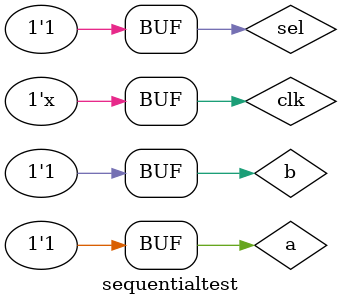
<source format=v>
`timescale 1ns / 1ps


module sequentialtest;
reg a,b,sel,clk;
 
 //--------------------------------------------------------
 // outputs from the DUT are wire type
wire out;
 
 
 //---------------------------------------------------------
 // instantiate the Device Under Test (DUT)
nonblock  dut(.a(a),.b(b),.sel(sel),.out(out  )  );
initial begin
clk=0;
end
always
begin
#5 clk=~clk;
end

initial
 begin
 a=0;
 b=0;
 sel=0;
 #20
 a=0;
 b=1;
  sel=1;
 #20
 a=1;
 b=0;
  sel=0;
 #20
 a=1;
 b=1;
  sel=1;
 #20 
 ;
end
endmodule
</source>
